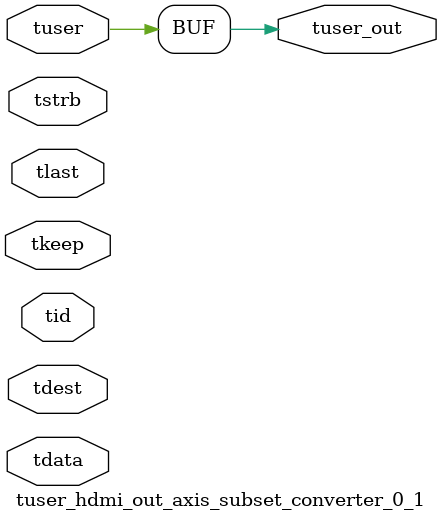
<source format=v>


`timescale 1ps/1ps

module tuser_hdmi_out_axis_subset_converter_0_1 #
(
parameter C_S_AXIS_TUSER_WIDTH = 1,
parameter C_S_AXIS_TDATA_WIDTH = 32,
parameter C_S_AXIS_TID_WIDTH   = 0,
parameter C_S_AXIS_TDEST_WIDTH = 0,
parameter C_M_AXIS_TUSER_WIDTH = 1
)
(
input  [(C_S_AXIS_TUSER_WIDTH == 0 ? 1 : C_S_AXIS_TUSER_WIDTH)-1:0     ] tuser,
input  [(C_S_AXIS_TDATA_WIDTH == 0 ? 1 : C_S_AXIS_TDATA_WIDTH)-1:0     ] tdata,
input  [(C_S_AXIS_TID_WIDTH   == 0 ? 1 : C_S_AXIS_TID_WIDTH)-1:0       ] tid,
input  [(C_S_AXIS_TDEST_WIDTH == 0 ? 1 : C_S_AXIS_TDEST_WIDTH)-1:0     ] tdest,
input  [(C_S_AXIS_TDATA_WIDTH/8)-1:0 ] tkeep,
input  [(C_S_AXIS_TDATA_WIDTH/8)-1:0 ] tstrb,
input                                                                    tlast,
output [C_M_AXIS_TUSER_WIDTH-1:0] tuser_out
);

assign tuser_out = {tuser[0:0]};

endmodule


</source>
